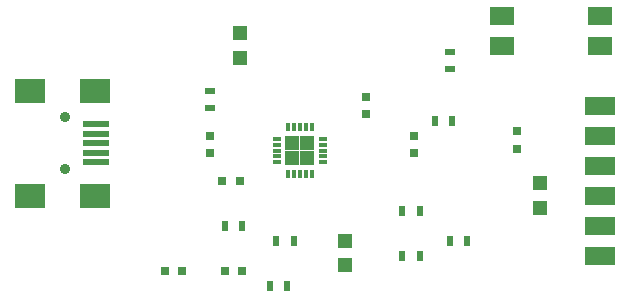
<source format=gts>
G04 #@! TF.FileFunction,Soldermask,Top*
%FSLAX46Y46*%
G04 Gerber Fmt 4.6, Leading zero omitted, Abs format (unit mm)*
G04 Created by KiCad (PCBNEW 4.0.0-rc1-stable) date 12/2/2015 9:08:29 PM*
%MOMM*%
G01*
G04 APERTURE LIST*
%ADD10C,0.100000*%
%ADD11R,0.750000X0.800000*%
%ADD12R,0.800000X0.750000*%
%ADD13R,1.198880X1.198880*%
%ADD14R,2.540000X1.524000*%
%ADD15R,0.900000X0.500000*%
%ADD16R,2.301240X0.500380*%
%ADD17R,2.499360X1.998980*%
%ADD18C,0.899160*%
%ADD19R,0.500000X0.900000*%
%ADD20R,0.730000X0.300000*%
%ADD21R,0.300000X0.730000*%
%ADD22R,1.250000X1.250000*%
%ADD23R,2.159000X1.524000*%
G04 APERTURE END LIST*
D10*
D11*
X144780000Y-100330000D03*
X144780000Y-101830000D03*
D12*
X145820000Y-104140000D03*
X147320000Y-104140000D03*
D11*
X170826428Y-99935000D03*
X170826428Y-101435000D03*
D12*
X140970000Y-111760000D03*
X142470000Y-111760000D03*
D11*
X162040000Y-100330000D03*
X162040000Y-101830000D03*
D12*
X147550000Y-111760000D03*
X146050000Y-111760000D03*
D11*
X158000000Y-98540000D03*
X158000000Y-97040000D03*
D13*
X172720000Y-106459020D03*
X172720000Y-104360980D03*
X147320000Y-91660980D03*
X147320000Y-93759020D03*
X156210000Y-111318040D03*
X156210000Y-109220000D03*
D14*
X177800000Y-97790000D03*
X177800000Y-100330000D03*
X177800000Y-102870000D03*
X177800000Y-105410000D03*
X177800000Y-107950000D03*
X177800000Y-110490000D03*
D15*
X144780000Y-96520000D03*
X144780000Y-98020000D03*
D16*
X135138160Y-99369880D03*
X135138160Y-100169980D03*
X135138160Y-100970080D03*
X135138160Y-101770180D03*
X135138160Y-102570280D03*
D17*
X135039100Y-96520000D03*
X129540000Y-96520000D03*
X135039100Y-105420160D03*
X129540000Y-105420160D03*
D18*
X132539740Y-98770440D03*
X132539740Y-103169720D03*
D19*
X147550000Y-107950000D03*
X146050000Y-107950000D03*
X151360000Y-113030000D03*
X149860000Y-113030000D03*
X161060000Y-106680000D03*
X162560000Y-106680000D03*
X165330000Y-99060000D03*
X163830000Y-99060000D03*
X161060000Y-110490000D03*
X162560000Y-110490000D03*
X165100000Y-109220000D03*
X166600000Y-109220000D03*
D15*
X165100000Y-93230000D03*
X165100000Y-94730000D03*
D19*
X150380000Y-109220000D03*
X151880000Y-109220000D03*
D20*
X154365000Y-102600000D03*
X154365000Y-102100000D03*
X154365000Y-101600000D03*
X154365000Y-101100000D03*
X154365000Y-100600000D03*
D21*
X153400000Y-99635000D03*
X152900000Y-99635000D03*
X152400000Y-99635000D03*
X151900000Y-99635000D03*
X151400000Y-99635000D03*
D20*
X150435000Y-100600000D03*
X150435000Y-101100000D03*
X150435000Y-101600000D03*
X150435000Y-102100000D03*
X150435000Y-102600000D03*
D21*
X151400000Y-103565000D03*
X151900000Y-103565000D03*
X152400000Y-103565000D03*
X152900000Y-103565000D03*
X153400000Y-103565000D03*
D22*
X151775000Y-100975000D03*
X151775000Y-102225000D03*
X153025000Y-100975000D03*
X153025000Y-102225000D03*
D23*
X177800000Y-92710000D03*
X177800000Y-90170000D03*
X169545000Y-90170000D03*
X169545000Y-92710000D03*
M02*

</source>
